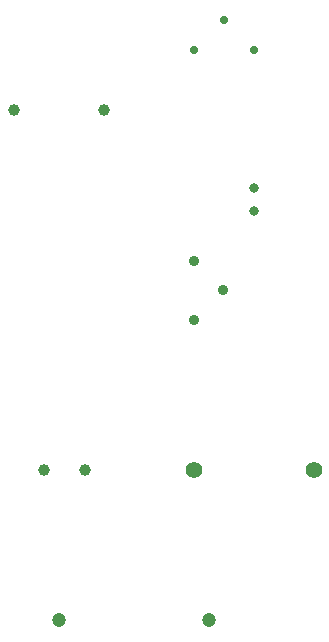
<source format=gbr>
%TF.GenerationSoftware,KiCad,Pcbnew,7.0.7*%
%TF.CreationDate,2024-02-26T23:05:14+05:30*%
%TF.ProjectId,ABC,4142432e-6b69-4636-9164-5f7063625858,v01*%
%TF.SameCoordinates,Original*%
%TF.FileFunction,Plated,1,2,PTH,Drill*%
%TF.FilePolarity,Positive*%
%FSLAX46Y46*%
G04 Gerber Fmt 4.6, Leading zero omitted, Abs format (unit mm)*
G04 Created by KiCad (PCBNEW 7.0.7) date 2024-02-26 23:05:14*
%MOMM*%
%LPD*%
G01*
G04 APERTURE LIST*
%TA.AperFunction,ComponentDrill*%
%ADD10C,0.700000*%
%TD*%
%TA.AperFunction,ComponentDrill*%
%ADD11C,0.800000*%
%TD*%
%TA.AperFunction,ComponentDrill*%
%ADD12C,0.900000*%
%TD*%
%TA.AperFunction,ComponentDrill*%
%ADD13C,1.000000*%
%TD*%
%TA.AperFunction,ComponentDrill*%
%ADD14C,1.200000*%
%TD*%
%TA.AperFunction,ComponentDrill*%
%ADD15C,1.400000*%
%TD*%
G04 APERTURE END LIST*
D10*
%TO.C,Q1*%
X121920000Y-96520000D03*
X124460000Y-93980000D03*
X127000000Y-96520000D03*
D11*
%TO.C,TH1*%
X127000000Y-108220000D03*
X127000000Y-110220000D03*
D12*
%TO.C,RV1*%
X121920000Y-114380000D03*
X121920000Y-119380000D03*
X124420000Y-116880000D03*
D13*
%TO.C,BZ1*%
X106700000Y-101600000D03*
%TO.C,C1*%
X109220000Y-132080000D03*
X112720000Y-132080000D03*
%TO.C,BZ1*%
X114300000Y-101600000D03*
D14*
%TO.C,R1*%
X110490000Y-144780000D03*
X123190000Y-144780000D03*
D15*
%TO.C,D1*%
X121920000Y-132080000D03*
X132080000Y-132080000D03*
M02*

</source>
